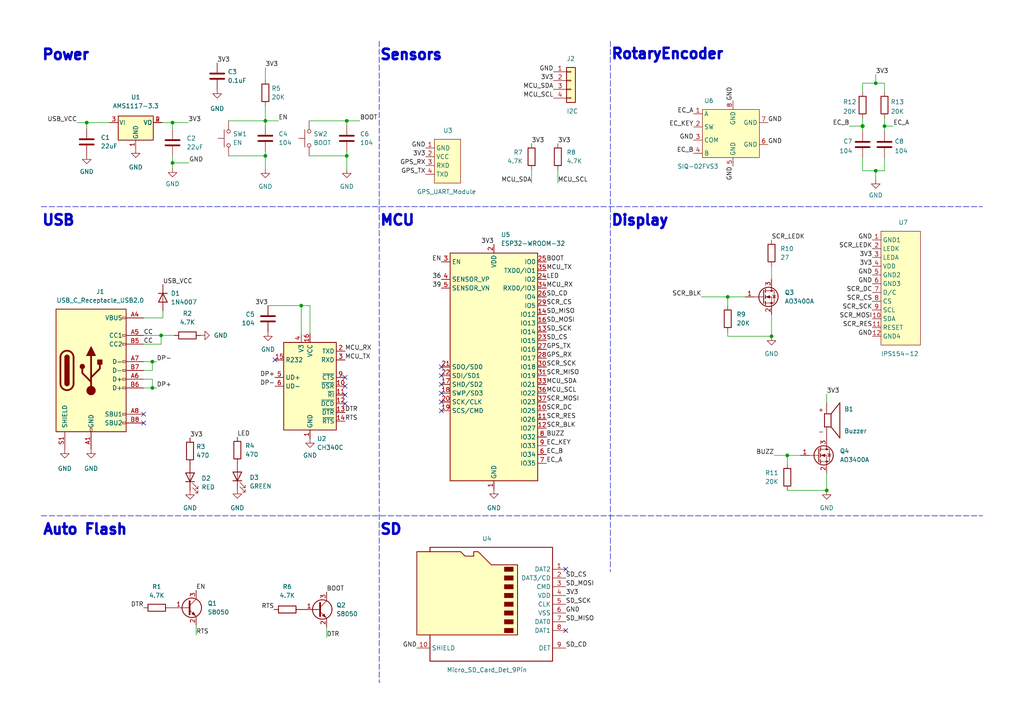
<source format=kicad_sch>
(kicad_sch (version 20211123) (generator eeschema)
  (paper "A4")
  (title_block (title "MicroPython LVGL Development Kit") (date "2022-07-12") (rev "V0.1") (company "jppang"))
  (lib_symbols
    (symbol "Buzzer_CMT-0502-75-SMT-TR:CMT-0502-75-SMT-TR" (pin_numbers hide) (pin_names (offset 1.016) hide)
      (property "Reference" "LS" (at -3.81 8.89 0))
      (property "Value" "CMT-0502-75-SMT-TR" (at -3.81 -10.16 0))
      (symbol "CMT-0502-75-SMT-TR_0_0"
        (text "+" (at -2.54 3.81 0) (effects (font (size 1.27 1.27)) (justify left top)))
        (text "-" (at -2.54 -2.54 0) (effects (font (size 1.27 1.27)) (justify left top)))
        (pin passive line (at 0 -5.08 90) (length 2.54) (name "~") (number "N"))
        (pin passive line (at 0 5.08 270) (length 2.54) (name "~") (number "P"))
      )
    )
    (symbol "Connector:Micro_SD_Card_Det_9Pin"
      (property "Reference" "U" (at 0 0 0))
      (property "Value" "Micro_SD_Card_Det_9Pin" (at 0 0 0))
      (symbol "Micro_SD_Card_Det_9Pin_1_1"
        (pin bidirectional line (at -22.86 -8.89 0) (length 3.81) (name "DAT2") (number "1"))
        (pin passive line (at 20.32 -31.75 180) (length 3.81) (name "SHIELD") (number "10"))
        (pin bidirectional line (at -22.86 -11.43 0) (length 3.81) (name "DAT3/CD") (number "2"))
        (pin input line (at -22.86 -13.97 0) (length 3.81) (name "CMD") (number "3"))
        (pin power_in line (at -22.86 -16.51 0) (length 3.81) (name "VDD") (number "4"))
        (pin input line (at -22.86 -19.05 0) (length 3.81) (name "CLK") (number "5"))
        (pin power_in line (at -22.86 -21.59 0) (length 3.81) (name "VSS") (number "6"))
        (pin bidirectional line (at -22.86 -24.13 0) (length 3.81) (name "DAT0") (number "7"))
        (pin bidirectional line (at -22.86 -26.67 0) (length 3.81) (name "DAT1") (number "8"))
        (pin passive line (at -22.86 -31.75 0) (length 3.81) (name "DET") (number "9"))
      )
    )
    (symbol "Connector:USB_C_Receptacle_USB2.0" (pin_names (offset 1.016))
      (property "Reference" "J" (at -10.16 19.05 0))
      (property "Value" "USB_C_Receptacle_USB2.0" (at 19.05 19.05 0))
      (symbol "USB_C_Receptacle_USB2.0_1_1"
        (pin passive line (at 0 -22.86 90) (length 5.08) (name "GND") (number "A1"))
        (pin passive line (at 0 -22.86 90) (length 5.08) hide (name "GND") (number "A12"))
        (pin passive line (at 15.24 15.24 180) (length 5.08) (name "VBUS") (number "A4"))
        (pin bidirectional line (at 15.24 10.16 180) (length 5.08) (name "CC1") (number "A5"))
        (pin bidirectional line (at 15.24 -2.54 180) (length 5.08) (name "D+") (number "A6"))
        (pin bidirectional line (at 15.24 2.54 180) (length 5.08) (name "D-") (number "A7"))
        (pin bidirectional line (at 15.24 -12.7 180) (length 5.08) (name "SBU1") (number "A8"))
        (pin passive line (at 15.24 15.24 180) (length 5.08) hide (name "VBUS") (number "A9"))
        (pin passive line (at 0 -22.86 90) (length 5.08) hide (name "GND") (number "B1"))
        (pin passive line (at 0 -22.86 90) (length 5.08) hide (name "GND") (number "B12"))
        (pin passive line (at 15.24 15.24 180) (length 5.08) hide (name "VBUS") (number "B4"))
        (pin bidirectional line (at 15.24 7.62 180) (length 5.08) (name "CC2") (number "B5"))
        (pin bidirectional line (at 15.24 -5.08 180) (length 5.08) (name "D+") (number "B6"))
        (pin bidirectional line (at 15.24 0 180) (length 5.08) (name "D-") (number "B7"))
        (pin bidirectional line (at 15.24 -15.24 180) (length 5.08) (name "SBU2") (number "B8"))
        (pin passive line (at 15.24 15.24 180) (length 5.08) hide (name "VBUS") (number "B9"))
        (pin passive line (at -7.62 -22.86 90) (length 5.08) (name "SHIELD") (number "S1"))
      )
    )
    (symbol "Connector_Generic:Conn_01x04" (pin_names (offset 1.016) hide)
      (property "Reference" "J" (at 0 5.08 0))
      (property "Value" "Conn_01x04" (at 0 -7.62 0))
      (symbol "Conn_01x04_1_1"
        (pin passive line (at -5.08 2.54 0) (length 3.81) (name "Pin_1") (number "1"))
        (pin passive line (at -5.08 0 0) (length 3.81) (name "Pin_2") (number "2"))
        (pin passive line (at -5.08 -2.54 0) (length 3.81) (name "Pin_3") (number "3"))
        (pin passive line (at -5.08 -5.08 0) (length 3.81) (name "Pin_4") (number "4"))
      )
    )
    (symbol "Device:C" (pin_numbers hide) (pin_names (offset 0.254))
      (property "Reference" "C" (at 0.635 2.54 0))
      (property "Value" "C" (at 0.635 -2.54 0))
      (symbol "C_1_1"
        (pin passive line (at 0 3.81 270) (length 2.794) (name "~") (number "1"))
        (pin passive line (at 0 -3.81 90) (length 2.794) (name "~") (number "2"))
      )
    )
    (symbol "Device:LED" (pin_numbers hide) (pin_names (offset 1.016) hide)
      (property "Reference" "D" (at 0 2.54 0))
      (property "Value" "LED" (at 0 -2.54 0))
      (symbol "LED_1_1"
        (pin passive line (at -3.81 0 0) (length 2.54) (name "K") (number "1"))
        (pin passive line (at 3.81 0 180) (length 2.54) (name "A") (number "2"))
      )
    )
    (symbol "Device:MITSUMI_SIQ-02FVS3"
      (property "Reference" "U8" (at -5.715 -10.16 0))
      (property "Value" "SIQ-02FVS3" (at -8.89 -29.21 0))
      (symbol "MITSUMI_SIQ-02FVS3_1_1"
        (pin passive line (at -10.16 -13.97 0) (length 2.54) (name "A") (number "1"))
        (pin passive line (at -10.16 -17.78 0) (length 2.54) (name "SW") (number "2"))
        (pin passive line (at -10.16 -21.59 0) (length 2.54) (name "COM") (number "3"))
        (pin passive line (at -10.16 -25.4 0) (length 2.54) (name "B") (number "4"))
        (pin power_in line (at 1.27 -29.21 90) (length 2.54) (name "GND") (number "5"))
        (pin power_in line (at 11.43 -22.86 180) (length 2.54) (name "GND") (number "6"))
        (pin power_in line (at 11.43 -16.51 180) (length 2.54) (name "GND") (number "7"))
        (pin power_in line (at 1.27 -10.16 270) (length 2.54) (name "GND") (number "8"))
      )
    )
    (symbol "Device:R" (pin_numbers hide) (pin_names (offset 0))
      (property "Reference" "R" (at 2.032 0 90))
      (property "Value" "R" (at 0 0 90))
      (symbol "R_1_1"
        (pin passive line (at 0 3.81 270) (length 1.27) (name "~") (number "1"))
        (pin passive line (at 0 -3.81 90) (length 1.27) (name "~") (number "2"))
      )
    )
    (symbol "Diode:1N4007" (pin_numbers hide) (pin_names (offset 1.016) hide)
      (property "Reference" "D" (at 0 2.54 0))
      (property "Value" "1N4007" (at 0 -2.54 0))
      (symbol "1N4007_1_1"
        (pin passive line (at -3.81 0 0) (length 2.54) (name "K") (number "1"))
        (pin passive line (at 3.81 0 180) (length 2.54) (name "A") (number "2"))
      )
    )
    (symbol "Display_Graphic:IPS154-12"
      (property "Reference" "U" (at 0 0 0))
      (property "Value" "IPS154-12" (at 1.27 0 0))
      (symbol "IPS154-12_1_1"
        (pin passive line (at -6.35 -3.81 0) (length 2.54) (name "GND1") (number "1"))
        (pin input line (at -6.35 -26.67 0) (length 2.54) (name "SDA") (number "10"))
        (pin input line (at -6.35 -29.21 0) (length 2.54) (name "RESET") (number "11"))
        (pin passive line (at -6.35 -31.75 0) (length 2.54) (name "GND4") (number "12"))
        (pin passive line (at -6.35 -6.35 0) (length 2.54) (name "LEDK") (number "2"))
        (pin passive line (at -6.35 -8.89 0) (length 2.54) (name "LEDA") (number "3"))
        (pin passive line (at -6.35 -11.43 0) (length 2.54) (name "VDD") (number "4"))
        (pin passive line (at -6.35 -13.97 0) (length 2.54) (name "GND2") (number "5"))
        (pin passive line (at -6.35 -16.51 0) (length 2.54) (name "GND3") (number "6"))
        (pin input line (at -6.35 -19.05 0) (length 2.54) (name "D/C") (number "7"))
        (pin input line (at -6.35 -21.59 0) (length 2.54) (name "CS") (number "8"))
        (pin input line (at -6.35 -24.13 0) (length 2.54) (name "SCL") (number "9"))
      )
    )
    (symbol "GND_1" (power) (pin_names (offset 0))
      (property "Value" "GND_1" (at 0 -3.81 0))
      (symbol "GND_1_1_1"
        (pin power_in line (at 0 0 270) (length 0) hide (name "GND") (number "1"))
      )
    )
    (symbol "GND_10" (power) (pin_names (offset 0))
      (property "Value" "GND_10" (at 0 -3.81 0))
      (symbol "GND_10_1_1"
        (pin power_in line (at 0 0 270) (length 0) hide (name "GND") (number "1"))
      )
    )
    (symbol "GND_11" (power) (pin_names (offset 0))
      (property "Value" "GND_11" (at 0 -3.81 0))
      (symbol "GND_11_1_1"
        (pin power_in line (at 0 0 270) (length 0) hide (name "GND") (number "1"))
      )
    )
    (symbol "GND_12" (power) (pin_names (offset 0))
      (property "Value" "GND_12" (at 0 -3.81 0))
      (symbol "GND_12_1_1"
        (pin power_in line (at 0 0 270) (length 0) hide (name "GND") (number "1"))
      )
    )
    (symbol "GND_2" (power) (pin_names (offset 0))
      (property "Value" "GND_2" (at 0 -3.81 0))
      (symbol "GND_2_1_1"
        (pin power_in line (at 0 0 270) (length 0) hide (name "GND") (number "1"))
      )
    )
    (symbol "GND_24" (power) (pin_names (offset 0))
      (property "Value" "GND_24" (at 0 -3.81 0))
      (symbol "GND_24_1_1"
        (pin power_in line (at 0 0 270) (length 0) hide (name "GND") (number "1"))
      )
    )
    (symbol "GND_3" (power) (pin_names (offset 0))
      (property "Value" "GND_3" (at 0 -3.81 0))
      (symbol "GND_3_1_1"
        (pin power_in line (at 0 0 270) (length 0) hide (name "GND") (number "1"))
      )
    )
    (symbol "GND_4" (power) (pin_names (offset 0))
      (property "Value" "GND_4" (at 0 -3.81 0))
      (symbol "GND_4_1_1"
        (pin power_in line (at 0 0 270) (length 0) hide (name "GND") (number "1"))
      )
    )
    (symbol "GND_5" (power) (pin_names (offset 0))
      (property "Value" "GND_5" (at 0 -3.81 0))
      (symbol "GND_5_1_1"
        (pin power_in line (at 0 0 270) (length 0) hide (name "GND") (number "1"))
      )
    )
    (symbol "GND_6" (power) (pin_names (offset 0))
      (property "Value" "GND_6" (at 0 -3.81 0))
      (symbol "GND_6_1_1"
        (pin power_in line (at 0 0 270) (length 0) hide (name "GND") (number "1"))
      )
    )
    (symbol "GND_7" (power) (pin_names (offset 0))
      (property "Value" "GND_7" (at 0 -3.81 0))
      (symbol "GND_7_1_1"
        (pin power_in line (at 0 0 270) (length 0) hide (name "GND") (number "1"))
      )
    )
    (symbol "GND_8" (power) (pin_names (offset 0))
      (property "Value" "GND_8" (at 0 -3.81 0))
      (symbol "GND_8_1_1"
        (pin power_in line (at 0 0 270) (length 0) hide (name "GND") (number "1"))
      )
    )
    (symbol "GND_9" (power) (pin_names (offset 0))
      (property "Value" "GND_9" (at 0 -3.81 0))
      (symbol "GND_9_1_1"
        (pin power_in line (at 0 0 270) (length 0) hide (name "GND") (number "1"))
      )
    )
    (symbol "Interface_USB:CH340C"
      (property "Reference" "U" (at -5.08 13.97 0))
      (property "Value" "CH340C" (at 1.27 13.97 0))
      (symbol "CH340C_1_1"
        (pin power_in line (at 0 -15.24 90) (length 2.54) (name "GND") (number "1"))
        (pin input line (at 10.16 0 180) (length 2.54) (name "~{DSR}") (number "10"))
        (pin input line (at 10.16 -2.54 180) (length 2.54) (name "~{RI}") (number "11"))
        (pin input line (at 10.16 -5.08 180) (length 2.54) (name "~{DCD}") (number "12"))
        (pin output line (at 10.16 -7.62 180) (length 2.54) (name "~{DTR}") (number "13"))
        (pin output line (at 10.16 -10.16 180) (length 2.54) (name "~{RTS}") (number "14"))
        (pin input line (at -10.16 7.62 0) (length 2.54) (name "R232") (number "15"))
        (pin power_in line (at 0 15.24 270) (length 2.54) (name "VCC") (number "16"))
        (pin output line (at 10.16 10.16 180) (length 2.54) (name "TXD") (number "2"))
        (pin input line (at 10.16 7.62 180) (length 2.54) (name "RXD") (number "3"))
        (pin passive line (at -2.54 15.24 270) (length 2.54) (name "V3") (number "4"))
        (pin bidirectional line (at -10.16 2.54 0) (length 2.54) (name "UD+") (number "5"))
        (pin bidirectional line (at -10.16 0 0) (length 2.54) (name "UD-") (number "6"))
        (pin no_connect line (at -7.62 -7.62 0) (length 2.54) hide (name "NC") (number "7"))
        (pin no_connect line (at -7.62 -10.16 0) (length 2.54) hide (name "NC") (number "8"))
        (pin input line (at 10.16 2.54 180) (length 2.54) (name "~{CTS}") (number "9"))
      )
    )
    (symbol "RF_GPS:GPS_UART_Module"
      (property "Reference" "U" (at 0 0 0))
      (property "Value" "GPS_UART_Module" (at 0 -2.54 0))
      (symbol "GPS_UART_Module_1_1"
        (pin power_in line (at -2.54 -6.35 0) (length 2.54) (name "GND") (number "1"))
        (pin power_in line (at -2.54 -8.89 0) (length 2.54) (name "VCC") (number "2"))
        (pin input line (at -2.54 -11.43 0) (length 2.54) (name "RXD") (number "3"))
        (pin output line (at -2.54 -13.97 0) (length 2.54) (name "TXD") (number "4"))
      )
    )
    (symbol "RF_Module:ESP32-WROOM-32"
      (property "Reference" "U" (at -12.7 34.29 0))
      (property "Value" "ESP32-WROOM-32" (at 1.27 34.29 0))
      (symbol "ESP32-WROOM-32_1_1"
        (pin power_in line (at 0 -35.56 90) (length 2.54) (name "GND") (number "1"))
        (pin bidirectional line (at 15.24 -12.7 180) (length 2.54) (name "IO25") (number "10"))
        (pin bidirectional line (at 15.24 -15.24 180) (length 2.54) (name "IO26") (number "11"))
        (pin bidirectional line (at 15.24 -17.78 180) (length 2.54) (name "IO27") (number "12"))
        (pin bidirectional line (at 15.24 10.16 180) (length 2.54) (name "IO14") (number "13"))
        (pin bidirectional line (at 15.24 15.24 180) (length 2.54) (name "IO12") (number "14"))
        (pin passive line (at 0 -35.56 90) (length 2.54) hide (name "GND") (number "15"))
        (pin bidirectional line (at 15.24 12.7 180) (length 2.54) (name "IO13") (number "16"))
        (pin bidirectional line (at -15.24 -5.08 0) (length 2.54) (name "SHD/SD2") (number "17"))
        (pin bidirectional line (at -15.24 -7.62 0) (length 2.54) (name "SWP/SD3") (number "18"))
        (pin bidirectional line (at -15.24 -12.7 0) (length 2.54) (name "SCS/CMD") (number "19"))
        (pin power_in line (at 0 35.56 270) (length 2.54) (name "VDD") (number "2"))
        (pin bidirectional line (at -15.24 -10.16 0) (length 2.54) (name "SCK/CLK") (number "20"))
        (pin bidirectional line (at -15.24 0 0) (length 2.54) (name "SDO/SD0") (number "21"))
        (pin bidirectional line (at -15.24 -2.54 0) (length 2.54) (name "SDI/SD1") (number "22"))
        (pin bidirectional line (at 15.24 7.62 180) (length 2.54) (name "IO15") (number "23"))
        (pin bidirectional line (at 15.24 25.4 180) (length 2.54) (name "IO2") (number "24"))
        (pin bidirectional line (at 15.24 30.48 180) (length 2.54) (name "IO0") (number "25"))
        (pin bidirectional line (at 15.24 20.32 180) (length 2.54) (name "IO4") (number "26"))
        (pin bidirectional line (at 15.24 5.08 180) (length 2.54) (name "IO16") (number "27"))
        (pin bidirectional line (at 15.24 2.54 180) (length 2.54) (name "IO17") (number "28"))
        (pin bidirectional line (at 15.24 17.78 180) (length 2.54) (name "IO5") (number "29"))
        (pin input line (at -15.24 30.48 0) (length 2.54) (name "EN") (number "3"))
        (pin bidirectional line (at 15.24 0 180) (length 2.54) (name "IO18") (number "30"))
        (pin bidirectional line (at 15.24 -2.54 180) (length 2.54) (name "IO19") (number "31"))
        (pin no_connect line (at -12.7 -27.94 0) (length 2.54) hide (name "NC") (number "32"))
        (pin bidirectional line (at 15.24 -5.08 180) (length 2.54) (name "IO21") (number "33"))
        (pin bidirectional line (at 15.24 22.86 180) (length 2.54) (name "RXD0/IO3") (number "34"))
        (pin bidirectional line (at 15.24 27.94 180) (length 2.54) (name "TXD0/IO1") (number "35"))
        (pin bidirectional line (at 15.24 -7.62 180) (length 2.54) (name "IO22") (number "36"))
        (pin bidirectional line (at 15.24 -10.16 180) (length 2.54) (name "IO23") (number "37"))
        (pin passive line (at 0 -35.56 90) (length 2.54) hide (name "GND") (number "38"))
        (pin passive line (at 0 -35.56 90) (length 2.54) hide (name "GND") (number "39"))
        (pin input line (at -15.24 25.4 0) (length 2.54) (name "SENSOR_VP") (number "4"))
        (pin input line (at -15.24 22.86 0) (length 2.54) (name "SENSOR_VN") (number "5"))
        (pin input line (at 15.24 -25.4 180) (length 2.54) (name "IO34") (number "6"))
        (pin input line (at 15.24 -27.94 180) (length 2.54) (name "IO35") (number "7"))
        (pin bidirectional line (at 15.24 -20.32 180) (length 2.54) (name "IO32") (number "8"))
        (pin bidirectional line (at 15.24 -22.86 180) (length 2.54) (name "IO33") (number "9"))
      )
    )
    (symbol "R_1" (pin_numbers hide) (pin_names (offset 0))
      (property "Reference" "R" (at 2.032 0 90))
      (property "Value" "R_1" (at 0 0 90))
      (symbol "R_1_1_1"
        (pin passive line (at 0 3.81 270) (length 1.27) (name "~") (number "1"))
        (pin passive line (at 0 -3.81 90) (length 1.27) (name "~") (number "2"))
      )
    )
    (symbol "R_13" (pin_numbers hide) (pin_names (offset 0))
      (property "Reference" "R" (at 2.032 0 90))
      (property "Value" "R_13" (at 0 0 90))
      (symbol "R_13_1_1"
        (pin passive line (at 0 3.81 270) (length 1.27) (name "~") (number "1"))
        (pin passive line (at 0 -3.81 90) (length 1.27) (name "~") (number "2"))
      )
    )
    (symbol "R_2" (pin_numbers hide) (pin_names (offset 0))
      (property "Reference" "R" (at 2.032 0 90))
      (property "Value" "R_2" (at 0 0 90))
      (symbol "R_2_1_1"
        (pin passive line (at 0 3.81 270) (length 1.27) (name "~") (number "1"))
        (pin passive line (at 0 -3.81 90) (length 1.27) (name "~") (number "2"))
      )
    )
    (symbol "R_3" (pin_numbers hide) (pin_names (offset 0))
      (property "Reference" "R" (at 2.032 0 90))
      (property "Value" "R_3" (at 0 0 90))
      (symbol "R_3_1_1"
        (pin passive line (at 0 3.81 270) (length 1.27) (name "~") (number "1"))
        (pin passive line (at 0 -3.81 90) (length 1.27) (name "~") (number "2"))
      )
    )
    (symbol "R_4" (pin_numbers hide) (pin_names (offset 0))
      (property "Reference" "R" (at 2.032 0 90))
      (property "Value" "R_4" (at 0 0 90))
      (symbol "R_4_1_1"
        (pin passive line (at 0 3.81 270) (length 1.27) (name "~") (number "1"))
        (pin passive line (at 0 -3.81 90) (length 1.27) (name "~") (number "2"))
      )
    )
    (symbol "R_5" (pin_numbers hide) (pin_names (offset 0))
      (property "Reference" "R" (at 2.032 0 90))
      (property "Value" "R_5" (at 0 0 90))
      (symbol "R_5_1_1"
        (pin passive line (at 0 3.81 270) (length 1.27) (name "~") (number "1"))
        (pin passive line (at 0 -3.81 90) (length 1.27) (name "~") (number "2"))
      )
    )
    (symbol "R_6" (pin_numbers hide) (pin_names (offset 0))
      (property "Reference" "R" (at 2.032 0 90))
      (property "Value" "R_6" (at 0 0 90))
      (symbol "R_6_1_1"
        (pin passive line (at 0 3.81 270) (length 1.27) (name "~") (number "1"))
        (pin passive line (at 0 -3.81 90) (length 1.27) (name "~") (number "2"))
      )
    )
    (symbol "R_7" (pin_numbers hide) (pin_names (offset 0))
      (property "Reference" "R" (at 2.032 0 90))
      (property "Value" "R_7" (at 0 0 90))
      (symbol "R_7_1_1"
        (pin passive line (at 0 3.81 270) (length 1.27) (name "~") (number "1"))
        (pin passive line (at 0 -3.81 90) (length 1.27) (name "~") (number "2"))
      )
    )
    (symbol "R_8" (pin_numbers hide) (pin_names (offset 0))
      (property "Reference" "R" (at 2.032 0 90))
      (property "Value" "R_8" (at 0 0 90))
      (symbol "R_8_1_1"
        (pin passive line (at 0 3.81 270) (length 1.27) (name "~") (number "1"))
        (pin passive line (at 0 -3.81 90) (length 1.27) (name "~") (number "2"))
      )
    )
    (symbol "R_9" (pin_numbers hide) (pin_names (offset 0))
      (property "Reference" "R" (at 2.032 0 90))
      (property "Value" "R_9" (at 0 0 90))
      (symbol "R_9_1_1"
        (pin passive line (at 0 3.81 270) (length 1.27) (name "~") (number "1"))
        (pin passive line (at 0 -3.81 90) (length 1.27) (name "~") (number "2"))
      )
    )
    (symbol "Regulator_Linear:AMS1117-3.3" (pin_names (offset 0.254))
      (property "Reference" "U" (at -3.81 3.175 0))
      (property "Value" "AMS1117-3.3" (at 0 3.175 0))
      (symbol "AMS1117-3.3_1_1"
        (pin power_in line (at 0 -7.62 90) (length 2.54) (name "GND") (number "1"))
        (pin power_out line (at 7.62 0 180) (length 2.54) (name "VO") (number "2"))
        (pin power_in line (at -7.62 0 0) (length 2.54) (name "VI") (number "3"))
        (pin power_out line (at 7.62 0 180) (length 2.54) (name "VO") (number "4"))
      )
    )
    (symbol "S8050_1" (pin_names (offset 0) hide)
      (property "Reference" "Q" (at 5.08 1.905 0))
      (property "Value" "S8050_1" (at 5.08 0 0))
      (symbol "S8050_1_1_1"
        (pin input line (at -5.08 0 0) (length 5.08) (name "B") (number "1"))
        (pin passive line (at 2.54 -5.08 90) (length 2.54) (name "E") (number "2"))
        (pin passive line (at 2.54 5.08 270) (length 2.54) (name "C") (number "3"))
      )
    )
    (symbol "Switch:SW_Push" (pin_numbers hide) (pin_names (offset 1.016) hide)
      (property "Reference" "SW" (at 1.27 2.54 0))
      (property "Value" "SW_Push" (at 0 -1.524 0))
      (symbol "SW_Push_0_1"
        (pin passive line (at -5.08 0 0) (length 2.54) (name "1") (number "1"))
        (pin passive line (at 5.08 0 180) (length 2.54) (name "2") (number "2"))
      )
    )
    (symbol "Transistor_BJT:S8050" (pin_names (offset 0) hide)
      (property "Reference" "Q" (at 5.08 1.905 0))
      (property "Value" "S8050" (at 5.08 0 0))
      (symbol "S8050_1_1"
        (pin input line (at -5.08 0 0) (length 5.08) (name "B") (number "1"))
        (pin passive line (at 2.54 -5.08 90) (length 2.54) (name "E") (number "2"))
        (pin passive line (at 2.54 5.08 270) (length 2.54) (name "C") (number "3"))
      )
    )
    (symbol "Transistor_FET:AO3400A" (pin_names hide)
      (property "Reference" "Q" (at 5.08 1.905 0))
      (property "Value" "AO3400A" (at 5.08 0 0))
      (symbol "AO3400A_1_1"
        (pin input line (at -5.08 0 0) (length 2.54) (name "G") (number "1"))
        (pin passive line (at 2.54 -5.08 90) (length 2.54) (name "S") (number "2"))
        (pin passive line (at 2.54 5.08 270) (length 2.54) (name "D") (number "3"))
      )
    )
    (symbol "power:GND" (power) (pin_names (offset 0))
      (property "Value" "GND" (at 0 -3.81 0))
      (symbol "GND_1_1"
        (pin power_in line (at 0 0 270) (length 0) hide (name "GND") (number "1"))
      )
    )
  )
  (junction (at 50.038 47.244))
  (junction (at 239.776 142.24) (diameter 0.9144))
  (junction (at 228.346 132.08) (diameter 0.9144))
  (junction (at 256.54 36.576) (diameter 0.9144))
  (junction (at 44.196 104.902) (diameter 0.9144))
  (junction (at 100.584 45.212) (diameter 0.9144))
  (junction (at 46.736 97.282))
  (junction (at 25.146 35.56))
  (junction (at 50.038 35.56))
  (junction (at 76.962 35.052) (diameter 0.9144))
  (junction (at 87.376 88.646))
  (junction (at 254 49.53) (diameter 0.9144))
  (junction (at 100.584 35.052) (diameter 0.9144))
  (junction (at 211.074 86.106))
  (junction (at 76.962 45.212) (diameter 0.9144))
  (junction (at 44.196 112.522) (diameter 0.9144))
  (junction (at 254 24.13) (diameter 0.9144))
  (junction (at 223.774 97.536))
  (junction (at 250.19 36.576) (diameter 1.016))
  (no_connect (at 41.656 120.142))
  (no_connect (at 79.756 104.394))
  (no_connect (at 100.076 109.474))
  (no_connect (at 100.076 112.014))
  (no_connect (at 100.076 114.554))
  (no_connect (at 100.076 117.094))
  (no_connect (at 41.656 122.682))
  (no_connect (at 128.016 116.586))
  (no_connect (at 128.016 119.126))
  (no_connect (at 128.016 114.046))
  (no_connect (at 128.016 111.506))
  (no_connect (at 128.016 108.966))
  (no_connect (at 128.016 106.426))
  (no_connect (at 164.084 165.1))
  (no_connect (at 164.084 182.88))
  (wire (pts (xy 76.962 45.212) (xy 76.962 49.022)))
  (polyline (pts (xy 109.982 11.938) (xy 109.982 197.866)))
  (wire (pts (xy 203.454 86.106) (xy 211.074 86.106)))
  (wire (pts (xy 250.19 36.576) (xy 250.19 38.1)))
  (wire (pts (xy 44.196 104.902) (xy 45.466 104.902)))
  (wire (pts (xy 46.736 99.822) (xy 41.656 99.822)))
  (wire (pts (xy 41.656 97.282) (xy 46.736 97.282)))
  (wire (pts (xy 224.536 132.08) (xy 228.346 132.08)))
  (wire (pts (xy 76.962 30.734) (xy 76.962 35.052)))
  (wire (pts (xy 154.178 49.276) (xy 154.178 53.086)))
  (wire (pts (xy 228.346 132.08) (xy 232.156 132.08)))
  (wire (pts (xy 94.742 181.864) (xy 94.742 184.912)))
  (wire (pts (xy 256.54 36.576) (xy 259.08 36.576)))
  (wire (pts (xy 66.294 45.212) (xy 76.962 45.212)))
  (wire (pts (xy 89.916 96.774) (xy 89.916 88.646)))
  (wire (pts (xy 250.19 45.72) (xy 250.19 49.53)))
  (wire (pts (xy 256.54 34.29) (xy 256.54 36.576)))
  (wire (pts (xy 100.584 35.052) (xy 100.584 36.322)))
  (wire (pts (xy 250.19 49.53) (xy 254 49.53)))
  (wire (pts (xy 41.656 109.982) (xy 44.196 109.982)))
  (wire (pts (xy 44.196 109.982) (xy 44.196 112.522)))
  (wire (pts (xy 211.074 96.266) (xy 211.074 97.536)))
  (wire (pts (xy 46.99 35.56) (xy 50.038 35.56)))
  (wire (pts (xy 239.776 137.16) (xy 239.776 142.24)))
  (wire (pts (xy 41.656 112.522) (xy 44.196 112.522)))
  (wire (pts (xy 50.038 35.56) (xy 50.038 37.592)))
  (wire (pts (xy 54.864 47.244) (xy 50.038 47.244)))
  (polyline (pts (xy 109.982 197.866) (xy 110.236 197.866)))
  (wire (pts (xy 223.774 91.186) (xy 223.774 97.536)))
  (wire (pts (xy 89.662 45.212) (xy 100.584 45.212)))
  (wire (pts (xy 100.584 43.942) (xy 100.584 45.212)))
  (wire (pts (xy 250.19 34.29) (xy 250.19 36.576)))
  (wire (pts (xy 87.376 96.774) (xy 87.376 88.646)))
  (wire (pts (xy 46.736 97.282) (xy 50.546 97.282)))
  (polyline (pts (xy 11.938 59.944) (xy 284.988 59.944)))
  (wire (pts (xy 66.294 35.052) (xy 76.962 35.052)))
  (wire (pts (xy 239.776 114.3) (xy 239.776 116.84)))
  (wire (pts (xy 256.54 36.576) (xy 256.54 38.1)))
  (wire (pts (xy 228.346 132.08) (xy 228.346 134.62)))
  (wire (pts (xy 41.656 92.202) (xy 47.244 92.202)))
  (wire (pts (xy 25.146 35.56) (xy 25.146 37.338)))
  (wire (pts (xy 77.724 88.646) (xy 87.376 88.646)))
  (wire (pts (xy 256.54 24.13) (xy 254 24.13)))
  (wire (pts (xy 25.146 35.56) (xy 31.75 35.56)))
  (polyline (pts (xy 11.938 149.606) (xy 284.988 149.606)))
  (wire (pts (xy 76.962 35.052) (xy 80.772 35.052)))
  (wire (pts (xy 250.19 24.13) (xy 254 24.13)))
  (wire (pts (xy 50.038 35.56) (xy 54.61 35.56)))
  (wire (pts (xy 223.774 77.216) (xy 223.774 81.026)))
  (wire (pts (xy 228.346 142.24) (xy 239.776 142.24)))
  (wire (pts (xy 46.736 97.282) (xy 46.736 99.822)))
  (wire (pts (xy 22.352 35.56) (xy 25.146 35.56)))
  (wire (pts (xy 211.074 97.536) (xy 223.774 97.536)))
  (wire (pts (xy 44.196 107.442) (xy 44.196 104.902)))
  (wire (pts (xy 211.074 86.106) (xy 211.074 88.646)))
  (wire (pts (xy 76.962 43.942) (xy 76.962 45.212)))
  (wire (pts (xy 256.54 26.67) (xy 256.54 24.13)))
  (wire (pts (xy 161.798 49.276) (xy 161.798 53.086)))
  (wire (pts (xy 76.962 35.052) (xy 76.962 36.322)))
  (wire (pts (xy 44.196 112.522) (xy 45.466 112.522)))
  (wire (pts (xy 100.584 45.212) (xy 100.584 49.022)))
  (wire (pts (xy 41.656 104.902) (xy 44.196 104.902)))
  (wire (pts (xy 211.074 86.106) (xy 216.154 86.106)))
  (wire (pts (xy 254 21.59) (xy 254 24.13)))
  (wire (pts (xy 47.244 92.202) (xy 47.244 90.17)))
  (wire (pts (xy 254 49.53) (xy 256.54 49.53)))
  (wire (pts (xy 100.584 35.052) (xy 104.394 35.052)))
  (wire (pts (xy 41.656 107.442) (xy 44.196 107.442)))
  (wire (pts (xy 250.19 26.67) (xy 250.19 24.13)))
  (wire (pts (xy 76.962 19.558) (xy 76.962 23.114)))
  (polyline (pts (xy 177.038 11.938) (xy 177.038 165.862)))
  (wire (pts (xy 256.54 45.72) (xy 256.54 49.53)))
  (wire (pts (xy 87.376 88.646) (xy 89.916 88.646)))
  (wire (pts (xy 246.38 36.576) (xy 250.19 36.576)))
  (wire (pts (xy 89.662 35.052) (xy 100.584 35.052)))
  (wire (pts (xy 56.896 181.356) (xy 56.896 184.15)))
  (wire (pts (xy 50.038 47.244) (xy 50.038 48.768)))
  (wire (pts (xy 254 49.53) (xy 254 52.07)))
  (wire (pts (xy 50.038 45.212) (xy 50.038 47.244)))
  (text "RotaryEncoder" (at 177.038 17.526 0) (effects (font (size 3 3) (thickness 1) bold) (justify left bottom)))
  (text "USB\n" (at 11.938 65.786 0) (effects (font (size 3 3) (thickness 1) bold) (justify left bottom)))
  (text "Display" (at 177.038 65.786 0) (effects (font (size 3 3) (thickness 1) bold) (justify left bottom)))
  (text "SD" (at 109.982 155.448 0) (effects (font (size 3 3) (thickness 1) bold) (justify left bottom)))
  (text "MCU" (at 109.982 65.786 0) (effects (font (size 3 3) (thickness 1) bold) (justify left bottom)))
  (text "Power" (at 11.938 17.78 0) (effects (font (size 3 3) (thickness 1) bold) (justify left bottom)))
  (text "Auto Flash" (at 12.192 155.448 0) (effects (font (size 3 3) (thickness 1) bold) (justify left bottom)))
  (text "Sensors" (at 109.982 17.78 0) (effects (font (size 3 3) (thickness 1) bold) (justify left bottom)))
  (label "USB_VCC" (at 47.244 82.55 0))
  (label "SCR_CS" (at 158.496 88.646 0))
  (label "BOOT" (at 158.496 75.946 0))
  (label "MCU_SDA" (at 160.528 25.908 180))
  (label "LED" (at 158.496 81.026 0))
  (label "EN" (at 80.772 35.052 0))
  (label "EC_A" (at 259.08 36.576 0))
  (label "LED" (at 68.834 126.746 0))
  (label "3V3" (at 77.724 88.646 180))
  (label "DTR" (at 100.076 119.634 0))
  (label "SD_MISO" (at 164.084 180.34 0))
  (label "EN" (at 128.016 75.946 180))
  (label "MCU_SCL" (at 161.798 53.086 0))
  (label "SCR_RES" (at 158.496 121.666 0))
  (label "MCU_SDA" (at 158.496 111.506 0))
  (label "SD_CS" (at 164.084 167.64 0))
  (label "GND" (at 252.984 79.756 180))
  (label "CC" (at 41.656 97.282 0))
  (label "3V3" (at 252.984 74.676 180))
  (label "EN" (at 56.896 171.196 0))
  (label "DP-" (at 79.756 112.014 180))
  (label "3V3" (at 76.962 19.558 0))
  (label "SD_MOSI" (at 164.084 170.18 0))
  (label "SD_SCK" (at 158.496 96.266 0))
  (label "MCU_SCL" (at 160.528 28.448 180))
  (label "DTR" (at 41.656 176.276 180))
  (label "BOOT" (at 104.394 35.052 0))
  (label "SCR_BLK" (at 158.496 124.206 0))
  (label "SD_CD" (at 158.496 86.106 0))
  (label "SCR_SCK" (at 252.984 89.916 180))
  (label "3V3" (at 239.776 114.3 0))
  (label "EC_KEY" (at 201.168 36.83 180))
  (label "SCR_DC" (at 158.496 119.126 0))
  (label "BUZZ" (at 224.536 132.08 180))
  (label "SCR_CS" (at 252.984 87.376 180))
  (label "3V3" (at 54.61 35.56 0))
  (label "BOOT" (at 94.742 171.704 0))
  (label "DP+" (at 45.466 112.522 0))
  (label "MCU_RX" (at 100.076 101.854 0))
  (label "CC" (at 41.656 99.822 0))
  (label "GND" (at 252.984 82.296 180))
  (label "EC_A" (at 201.168 33.02 180))
  (label "GND" (at 212.598 48.26 270))
  (label "GND" (at 164.084 177.8 0))
  (label "EC_B" (at 158.496 131.826 0))
  (label "3V3" (at 154.178 41.656 0))
  (label "GND" (at 252.984 97.536 180))
  (label "GND" (at 212.598 29.21 90))
  (label "SD_MOSI" (at 158.496 93.726 0))
  (label "3V3" (at 254 21.59 0))
  (label "3V3" (at 55.118 127 0))
  (label "MCU_TX" (at 100.076 104.394 0))
  (label "3V3" (at 160.528 23.368 180))
  (label "GPS_RX" (at 158.496 103.886 0))
  (label "3V3" (at 164.084 172.72 0))
  (label "39" (at 128.016 83.566 180))
  (label "DTR" (at 94.742 184.912 0))
  (label "MCU_SDA" (at 154.178 53.086 180))
  (label "3V3" (at 62.992 18.288 0))
  (label "SCR_MOSI" (at 158.496 116.586 0))
  (label "3V3" (at 161.798 41.656 0))
  (label "SCR_LEDK" (at 223.774 69.596 0))
  (label "DP-" (at 45.466 104.902 0))
  (label "3V3" (at 143.256 70.866 180))
  (label "SCR_LEDK" (at 252.984 72.136 180))
  (label "MCU_SCL" (at 158.496 114.046 0))
  (label "36" (at 128.016 81.026 180))
  (label "GPS_TX" (at 123.444 50.546 180))
  (label "USB_VCC" (at 22.352 35.56 180))
  (label "GND" (at 201.168 40.64 180))
  (label "SD_MISO" (at 158.496 91.186 0))
  (label "GND" (at 120.904 187.96 180))
  (label "RTS" (at 56.896 184.15 0))
  (label "EC_B" (at 201.168 44.45 180))
  (label "MCU_TX" (at 158.496 78.486 0))
  (label "GPS_RX" (at 123.444 48.006 180))
  (label "SCR_DC" (at 252.984 84.836 180))
  (label "EC_KEY" (at 158.496 129.286 0))
  (label "RTS" (at 79.502 176.784 180))
  (label "SCR_BLK" (at 203.454 86.106 180))
  (label "GND" (at 252.984 69.596 180))
  (label "SCR_MOSI" (at 252.984 92.456 180))
  (label "EC_A" (at 158.496 134.366 0))
  (label "GND" (at 54.864 47.244 0))
  (label "SD_CS" (at 158.496 98.806 0))
  (label "DP+" (at 79.756 109.474 180))
  (label "MCU_RX" (at 158.496 83.566 0))
  (label "EC_B" (at 246.38 36.576 180))
  (label "3V3" (at 123.444 45.466 180))
  (label "GND" (at 222.758 35.56 0))
  (label "RTS" (at 100.076 122.174 0))
  (label "SCR_MISO" (at 158.496 108.966 0))
  (label "SCR_RES" (at 252.984 94.996 180))
  (label "BUZZ" (at 158.496 126.746 0))
  (label "GND" (at 160.528 20.828 180))
  (label "3V3" (at 252.984 77.216 180))
  (label "SCR_SCK" (at 158.496 106.426 0))
  (label "GND" (at 222.758 41.91 0))
  (label "GPS_TX" (at 158.496 101.346 0))
  (label "GND" (at 123.444 42.926 180))
  (label "SD_CD" (at 164.084 187.96 0))
  (label "SD_SCK" (at 164.084 175.26 0))
  (symbol (lib_id "Device:C") (at 250.19 41.91 0) (mirror y) (unit 1)
    (property "Reference" "C7" (at 247.2689 41.0015 0) (effects (justify left)))
    (property "Value" "104" (at 247.2689 43.7766 0) (effects (justify left)))
    (property "Footprint" "Capacitor_SMD:C_0805_2012Metric_Pad1.18x1.45mm_HandSolder" (effects hide))
  )
  (symbol (lib_id "Connector_Generic:Conn_01x04") (at 165.608 23.368 0) (unit 1)
    (property "Reference" "J2" (at 164.338 17.0179 0) (effects (justify left)))
    (property "Value" "I2C" (at 164.338 32.2579 0) (effects (justify left)))
    (property "Footprint" "Connector_JST:JST_PH_B4B-PH-K_1x04_P2.00mm_Vertical" (effects hide))
  )
  (symbol (lib_name "GND_7") (lib_id "power:GND") (at 76.962 49.022 0) (unit 1)
    (property "Reference" "#PWR010" (effects hide))
    (property "Value" "GND" (at 76.962 54.102 0))
  )
  (symbol (lib_name "GND_5") (lib_id "power:GND") (at 39.37 43.18 0) (unit 1)
    (property "Reference" "#PWR04" (effects hide))
    (property "Value" "GND" (at 39.37 48.514 0))
  )
  (symbol (lib_id "Device:C") (at 77.724 92.456 0) (mirror y) (unit 1)
    (property "Reference" "C5" (at 73.914 91.1859 0) (effects (justify left)))
    (property "Value" "104" (at 73.914 93.7259 0) (effects (justify left)))
    (property "Footprint" "Capacitor_SMD:C_0805_2012Metric_Pad1.18x1.45mm_HandSolder" (effects hide))
  )
  (symbol (lib_id "Diode:1N4007") (at 47.244 86.36 270) (unit 1)
    (property "Reference" "D1" (at 49.53 85.0899 90) (effects (justify left)))
    (property "Value" "1N4007" (at 49.53 87.6299 90) (effects (justify left)))
    (property "Footprint" "Diode_SMD:D_SOD-323_HandSoldering" (effects hide))
    (property "Datasheet" "http://www.vishay.com/docs/88503/1n4001.pdf" (effects hide))
  )
  (symbol (lib_name "R_2") (lib_id "Device:R") (at 211.074 92.456 0) (unit 1)
    (property "Reference" "R9" (at 213.614 91.1859 0) (effects (justify left)))
    (property "Value" "20K" (at 213.614 93.7259 0) (effects (justify left)))
    (property "Footprint" "Resistor_SMD:R_0805_2012Metric_Pad1.20x1.40mm_HandSolder" (effects hide))
  )
  (symbol (lib_name "R_4") (lib_id "Device:R") (at 45.466 176.276 90) (unit 1)
    (property "Reference" "R1" (at 45.466 170.18 90))
    (property "Value" "4.7K" (at 45.466 172.72 90))
    (property "Footprint" "Resistor_SMD:R_0805_2012Metric_Pad1.20x1.40mm_HandSolder" (effects hide))
  )
  (symbol (lib_id "Buzzer_CMT-0502-75-SMT-TR:CMT-0502-75-SMT-TR") (at 239.776 121.92 0) (unit 1)
    (property "Reference" "B1" (at 244.856 119.38 0) (effects (justify left bottom)))
    (property "Value" "Buzzer" (at 244.856 125.73 0) (effects (justify left bottom)))
    (property "Footprint" "Buzzer_CMT-0502-75-SMT-TR:Buzzer_CMT-0502-75-SMT-TR" (effects hide))
    (property "STANDARD" "Manufacturer Recommendations" (effects hide))
    (property "PARTREV" "1.0" (effects hide))
    (property "MANUFACTURER" "CUI Inc." (effects hide))
    (property "MAXIMUM_PACKAGE_HEIGHT" "2.00mm" (effects hide))
  )
  (symbol (lib_name "GND_24") (lib_id "power:GND") (at 58.166 97.282 90) (unit 1)
    (property "Reference" "#PWR07" (effects hide))
    (property "Value" "GND" (at 61.976 97.2819 90) (effects (justify right)))
  )
  (symbol (lib_id "Device:C") (at 100.584 40.132 0) (unit 1)
    (property "Reference" "C6" (at 104.394 38.8619 0) (effects (justify left)))
    (property "Value" "104" (at 104.394 41.4019 0) (effects (justify left)))
    (property "Footprint" "Capacitor_SMD:C_0805_2012Metric_Pad1.18x1.45mm_HandSolder" (effects hide))
  )
  (symbol (lib_name "GND_12") (lib_id "power:GND") (at 62.992 25.908 0) (unit 1)
    (property "Reference" "#PWR08" (effects hide))
    (property "Value" "GND" (at 62.992 31.496 0))
  )
  (symbol (lib_id "power:GND") (at 254 52.07 0) (unit 1)
    (property "Reference" "#PWR017" (effects hide))
    (property "Value" "GND" (at 254 56.6326 0))
  )
  (symbol (lib_id "Connector:Micro_SD_Card_Det_9Pin") (at 141.224 156.21 0) (mirror y) (unit 1)
    (property "Reference" "U4" (at 141.224 156.21 0))
    (property "Value" "Micro_SD_Card_Det_9Pin" (at 141.224 194.31 0))
    (property "Footprint" "Connector_Card:microSD_Taobao_9_Pin_CD" (effects hide))
    (property "Datasheet" "https://www.hirose.com/product/en/download_file/key_name/DM3/category/Catalog/doc_file_id/49662/?file_category_id=4&item_id=195&is_series=1" (effects hide))
  )
  (symbol (lib_id "Transistor_BJT:S8050") (at 92.202 176.784 0) (unit 1)
    (property "Reference" "Q2" (at 97.536 175.5139 0) (effects (justify left)))
    (property "Value" "S8050" (at 97.536 178.0539 0) (effects (justify left)))
    (property "Footprint" "Package_TO_SOT_SMD:SOT-23_Handsoldering" (effects hide))
    (property "Datasheet" "http://www.unisonic.com.tw/datasheet/S8050.pdf" (effects hide))
  )
  (symbol (lib_name "GND_1") (lib_id "power:GND") (at 223.774 97.536 0) (unit 1)
    (property "Reference" "#PWR015" (effects hide))
    (property "Value" "GND" (at 223.774 102.616 0))
  )
  (symbol (lib_name "S8050_1") (lib_id "Transistor_BJT:S8050") (at 54.356 176.276 0) (unit 1)
    (property "Reference" "Q1" (at 60.198 175.0059 0) (effects (justify left)))
    (property "Value" "S8050" (at 60.198 177.5459 0) (effects (justify left)))
    (property "Footprint" "Package_TO_SOT_SMD:SOT-23_Handsoldering" (effects hide))
    (property "Datasheet" "http://www.unisonic.com.tw/datasheet/S8050.pdf" (effects hide))
  )
  (symbol (lib_id "RF_Module:ESP32-WROOM-32") (at 143.256 106.426 0) (unit 1)
    (property "Reference" "U5" (at 145.2754 68.072 0) (effects (justify left)))
    (property "Value" "ESP32-WROOM-32" (at 145.2754 70.612 0) (effects (justify left)))
    (property "Footprint" "RF_Module:ESP32-WROOM-32" (effects hide))
    (property "Datasheet" "https://www.espressif.com/sites/default/files/documentation/esp32-wroom-32_datasheet_en.pdf" (effects hide))
  )
  (symbol (lib_name "GND_9") (lib_id "power:GND") (at 25.146 44.958 0) (unit 1)
    (property "Reference" "#PWR02" (effects hide))
    (property "Value" "GND" (at 25.146 49.784 0))
  )
  (symbol (lib_name "R_13") (lib_id "Device:R") (at 54.356 97.282 90) (unit 1)
    (property "Reference" "R2" (at 54.356 90.932 90))
    (property "Value" "4.7K" (at 54.356 93.472 90))
    (property "Footprint" "Resistor_SMD:R_0805_2012Metric_Pad1.20x1.40mm_HandSolder" (effects hide))
  )
  (symbol (lib_name "GND_8") (lib_id "power:GND") (at 239.776 142.24 0) (unit 1)
    (property "Reference" "#PWR016" (effects hide))
    (property "Value" "GND" (at 239.776 147.32 0))
  )
  (symbol (lib_name "R_5") (lib_id "Device:R") (at 154.178 45.466 0) (mirror y) (unit 1)
    (property "Reference" "R7" (at 151.638 44.1959 0) (effects (justify left)))
    (property "Value" "4.7K" (at 151.638 46.7359 0) (effects (justify left)))
    (property "Footprint" "Resistor_SMD:R_0805_2012Metric_Pad1.20x1.40mm_HandSolder" (effects hide))
  )
  (symbol (lib_id "Device:C") (at 25.146 41.148 0) (unit 1)
    (property "Reference" "C1" (at 29.21 39.8779 0) (effects (justify left)))
    (property "Value" "22uF" (at 29.21 42.4179 0) (effects (justify left)))
    (property "Footprint" "Capacitor_SMD:C_0805_2012Metric_Pad1.18x1.45mm_HandSolder" (effects hide))
  )
  (symbol (lib_id "Transistor_FET:AO3400A") (at 221.234 86.106 0) (unit 1)
    (property "Reference" "Q3" (at 227.584 84.8359 0) (effects (justify left)))
    (property "Value" "AO3400A" (at 227.584 87.3759 0) (effects (justify left)))
    (property "Footprint" "Package_TO_SOT_SMD:SOT-23_Handsoldering" (effects hide))
    (property "Datasheet" "http://www.aosmd.com/pdfs/datasheet/AO3400A.pdf" (effects hide))
  )
  (symbol (lib_id "Device:R") (at 250.19 30.48 0) (mirror y) (unit 1)
    (property "Reference" "R12" (at 248.4119 29.5715 0) (effects (justify left)))
    (property "Value" "20K" (at 248.4119 32.3466 0) (effects (justify left)))
    (property "Footprint" "Resistor_SMD:R_0805_2012Metric_Pad1.20x1.40mm_HandSolder" (effects hide))
  )
  (symbol (lib_id "Switch:SW_Push") (at 66.294 40.132 90) (unit 1)
    (property "Reference" "SW1" (at 67.564 38.8619 90) (effects (justify right)))
    (property "Value" "EN" (at 67.564 41.4019 90) (effects (justify right)))
    (property "Footprint" "Button_Switch_SMD:SW_Push_SPST_NO_Alps_SKRK" (effects hide))
  )
  (symbol (lib_id "Device:C") (at 256.54 41.91 0) (unit 1)
    (property "Reference" "C8" (at 259.4611 41.0015 0) (effects (justify left)))
    (property "Value" "104" (at 259.4611 43.7766 0) (effects (justify left)))
    (property "Footprint" "Capacitor_SMD:C_0805_2012Metric_Pad1.18x1.45mm_HandSolder" (effects hide))
  )
  (symbol (lib_id "Interface_USB:CH340C") (at 89.916 112.014 0) (unit 1)
    (property "Reference" "U2" (at 91.9354 127.254 0) (effects (justify left)))
    (property "Value" "CH340C" (at 91.9354 129.794 0) (effects (justify left)))
    (property "Footprint" "Package_SO:SOP-16_3.9x9.9mm_P1.27mm" (effects hide))
    (property "Datasheet" "https://datasheet.lcsc.com/szlcsc/Jiangsu-Qin-Heng-CH340C_C84681.pdf" (effects hide))
  )
  (symbol (lib_name "R_9") (lib_id "Device:R") (at 68.834 130.556 0) (unit 1)
    (property "Reference" "R4" (at 71.12 129.2859 0) (effects (justify left)))
    (property "Value" "470" (at 71.12 131.8259 0) (effects (justify left)))
    (property "Footprint" "Resistor_SMD:R_0805_2012Metric_Pad1.20x1.40mm_HandSolder" (effects hide))
  )
  (symbol (lib_name "GND_2") (lib_id "power:GND") (at 77.724 96.266 0) (unit 1)
    (property "Reference" "#PWR011" (effects hide))
    (property "Value" "GND" (at 77.724 101.346 0))
  )
  (symbol (lib_id "Device:MITSUMI_SIQ-02FVS3") (at 211.328 19.05 0) (unit 1)
    (property "Reference" "U6" (at 205.613 29.21 0))
    (property "Value" "SIQ-02FVS3" (at 202.438 48.26 0))
    (property "Footprint" "Rotary_Encoder:RotaryEncoder_Mitsumi_SIQ02FVS3" (effects hide))
  )
  (symbol (lib_id "Switch:SW_Push") (at 89.662 40.132 90) (unit 1)
    (property "Reference" "SW2" (at 90.932 38.8619 90) (effects (justify right)))
    (property "Value" "BOOT" (at 90.932 41.4019 90) (effects (justify right)))
    (property "Footprint" "Button_Switch_SMD:SW_Push_SPST_NO_Alps_SKRK" (effects hide))
  )
  (symbol (lib_name "GND_10") (lib_id "power:GND") (at 68.834 141.986 0) (unit 1)
    (property "Reference" "#PWR09" (effects hide))
    (property "Value" "GND" (at 68.834 147.32 0))
  )
  (symbol (lib_name "GND_8") (lib_id "power:GND") (at 50.038 48.768 0) (unit 1)
    (property "Reference" "#PWR05" (effects hide))
    (property "Value" "GND" (at 50.038 53.34 0))
  )
  (symbol (lib_name "R_6") (lib_id "Device:R") (at 161.798 45.466 0) (unit 1)
    (property "Reference" "R8" (at 164.338 44.1959 0) (effects (justify left)))
    (property "Value" "4.7K" (at 164.338 46.7359 0) (effects (justify left)))
    (property "Footprint" "Resistor_SMD:R_0805_2012Metric_Pad1.20x1.40mm_HandSolder" (effects hide))
  )
  (symbol (lib_id "Device:LED") (at 68.834 138.176 90) (unit 1)
    (property "Reference" "D3" (at 72.39 138.4934 90) (effects (justify right)))
    (property "Value" "GREEN" (at 72.39 141.0334 90) (effects (justify right)))
    (property "Footprint" "LED_SMD:LED_0805_2012Metric_Pad1.15x1.40mm_HandSolder" (effects hide))
  )
  (symbol (lib_name "R_1") (lib_id "Device:R") (at 223.774 73.406 0) (unit 1)
    (property "Reference" "R10" (at 226.314 72.1359 0) (effects (justify left)))
    (property "Value" "27" (at 226.314 74.6759 0) (effects (justify left)))
    (property "Footprint" "Resistor_SMD:R_0805_2012Metric_Pad1.20x1.40mm_HandSolder" (effects hide))
  )
  (symbol (lib_id "Connector:USB_C_Receptacle_USB2.0") (at 26.416 107.442 0) (unit 1)
    (property "Reference" "J1" (at 29.083 84.582 0))
    (property "Value" "USB_C_Receptacle_USB2.0" (at 29.083 87.122 0))
    (property "Footprint" "Connector_USB:USB_C_Tabobao_16_Pin" (effects hide))
    (property "Datasheet" "https://www.usb.org/sites/default/files/documents/usb_type-c.zip" (effects hide))
  )
  (symbol (lib_name "GND_6") (lib_id "power:GND") (at 26.416 130.302 0) (unit 1)
    (property "Reference" "#PWR03" (effects hide))
    (property "Value" "GND" (at 26.416 135.89 0))
  )
  (symbol (lib_name "GND_3") (lib_id "power:GND") (at 89.916 127.254 0) (unit 1)
    (property "Reference" "#PWR012" (effects hide))
    (property "Value" "GND" (at 89.916 132.08 0))
  )
  (symbol (lib_id "Device:R") (at 256.54 30.48 0) (unit 1)
    (property "Reference" "R13" (at 258.3181 29.5715 0) (effects (justify left)))
    (property "Value" "20K" (at 258.3181 32.3466 0) (effects (justify left)))
    (property "Footprint" "Resistor_SMD:R_0805_2012Metric_Pad1.20x1.40mm_HandSolder" (effects hide))
  )
  (symbol (lib_name "GND_7") (lib_id "power:GND") (at 100.584 49.022 0) (unit 1)
    (property "Reference" "#PWR013" (effects hide))
    (property "Value" "GND" (at 100.584 54.102 0))
  )
  (symbol (lib_id "Display_Graphic:IPS154-12") (at 259.334 65.786 0) (unit 1)
    (property "Reference" "U7" (at 260.604 64.5159 0) (effects (justify left)))
    (property "Value" "IPS154-12" (at 255.524 102.6159 0) (effects (justify left)))
    (property "Footprint" "Display:ZJYIPS154_PG04" (effects hide))
  )
  (symbol (lib_id "Device:LED") (at 55.118 138.43 90) (unit 1)
    (property "Reference" "D2" (at 58.42 138.7474 90) (effects (justify right)))
    (property "Value" "RED" (at 58.42 141.2874 90) (effects (justify right)))
    (property "Footprint" "LED_SMD:LED_0805_2012Metric_Pad1.15x1.40mm_HandSolder" (effects hide))
  )
  (symbol (lib_name "R_7") (lib_id "Device:R") (at 76.962 26.924 0) (unit 1)
    (property "Reference" "R5" (at 78.74 25.6539 0) (effects (justify left)))
    (property "Value" "20K" (at 78.74 28.1939 0) (effects (justify left)))
    (property "Footprint" "Resistor_SMD:R_0805_2012Metric_Pad1.20x1.40mm_HandSolder" (effects hide))
  )
  (symbol (lib_id "Transistor_FET:AO3400A") (at 237.236 132.08 0) (unit 1)
    (property "Reference" "Q4" (at 243.586 130.8099 0) (effects (justify left)))
    (property "Value" "AO3400A" (at 243.586 133.3499 0) (effects (justify left)))
    (property "Footprint" "Package_TO_SOT_SMD:SOT-23" (effects hide))
    (property "Datasheet" "http://www.aosmd.com/pdfs/datasheet/AO3400A.pdf" (effects hide))
  )
  (symbol (lib_id "Device:C") (at 50.038 41.402 0) (unit 1)
    (property "Reference" "C2" (at 54.102 40.1319 0) (effects (justify left)))
    (property "Value" "22uF" (at 54.102 42.6719 0) (effects (justify left)))
    (property "Footprint" "Capacitor_SMD:C_0805_2012Metric_Pad1.18x1.45mm_HandSolder" (effects hide))
  )
  (symbol (lib_id "Device:C") (at 62.992 22.098 0) (unit 1)
    (property "Reference" "C3" (at 66.04 20.8279 0) (effects (justify left)))
    (property "Value" "0.1uF" (at 66.04 23.3679 0) (effects (justify left)))
    (property "Footprint" "Capacitor_SMD:C_0805_2012Metric_Pad1.18x1.45mm_HandSolder" (effects hide))
  )
  (symbol (lib_name "R_8") (lib_id "Device:R") (at 55.118 130.81 0) (unit 1)
    (property "Reference" "R3" (at 56.896 129.5399 0) (effects (justify left)))
    (property "Value" "470" (at 56.896 132.0799 0) (effects (justify left)))
    (property "Footprint" "Resistor_SMD:R_0805_2012Metric_Pad1.20x1.40mm_HandSolder" (effects hide))
  )
  (symbol (lib_id "RF_GPS:GPS_UART_Module") (at 125.984 36.576 0) (unit 1)
    (property "Reference" "U3" (at 128.524 37.8459 0) (effects (justify left)))
    (property "Value" "GPS_UART_Module" (at 120.904 55.6259 0) (effects (justify left)))
    (property "Footprint" "Connector_JST:JST_PH_B4B-PH-K_1x04_P2.00mm_Vertical" (effects hide))
  )
  (symbol (lib_id "Regulator_Linear:AMS1117-3.3") (at 39.37 35.56 0) (unit 1)
    (property "Reference" "U1" (at 39.37 28.194 0))
    (property "Value" "AMS1117-3.3" (at 39.37 30.734 0))
    (property "Footprint" "Package_TO_SOT_SMD:SOT-223" (effects hide))
    (property "Datasheet" "http://www.advanced-monolithic.com/pdf/ds1117.pdf" (effects hide))
  )
  (symbol (lib_name "R_3") (lib_id "Device:R") (at 83.312 176.784 90) (unit 1)
    (property "Reference" "R6" (at 83.312 170.18 90))
    (property "Value" "4.7K" (at 83.312 172.72 90))
    (property "Footprint" "Resistor_SMD:R_0805_2012Metric_Pad1.20x1.40mm_HandSolder" (effects hide))
  )
  (symbol (lib_name "GND_4") (lib_id "power:GND") (at 143.256 141.986 0) (unit 1)
    (property "Reference" "#PWR014" (effects hide))
    (property "Value" "GND" (at 143.256 147.32 0))
  )
  (symbol (lib_name "R_4") (lib_id "Device:R") (at 228.346 138.43 0) (mirror x) (unit 1)
    (property "Reference" "R11" (at 225.806 137.1599 0) (effects (justify right)))
    (property "Value" "20K" (at 225.806 139.6999 0) (effects (justify right)))
    (property "Footprint" "Resistor_SMD:R_0805_2012Metric_Pad1.20x1.40mm_HandSolder" (effects hide))
  )
  (symbol (lib_id "Device:C") (at 76.962 40.132 0) (unit 1)
    (property "Reference" "C4" (at 80.772 38.8619 0) (effects (justify left)))
    (property "Value" "104" (at 80.772 41.4019 0) (effects (justify left)))
    (property "Footprint" "Capacitor_SMD:C_0805_2012Metric_Pad1.18x1.45mm_HandSolder" (effects hide))
  )
  (symbol (lib_name "GND_7") (lib_id "power:GND") (at 18.796 130.302 0) (unit 1)
    (property "Reference" "#PWR01" (effects hide))
    (property "Value" "GND" (at 18.796 135.89 0))
  )
  (symbol (lib_name "GND_11") (lib_id "power:GND") (at 55.118 142.24 0) (unit 1)
    (property "Reference" "#PWR06" (effects hide))
    (property "Value" "GND" (at 55.118 147.32 0))
  )
)
</source>
